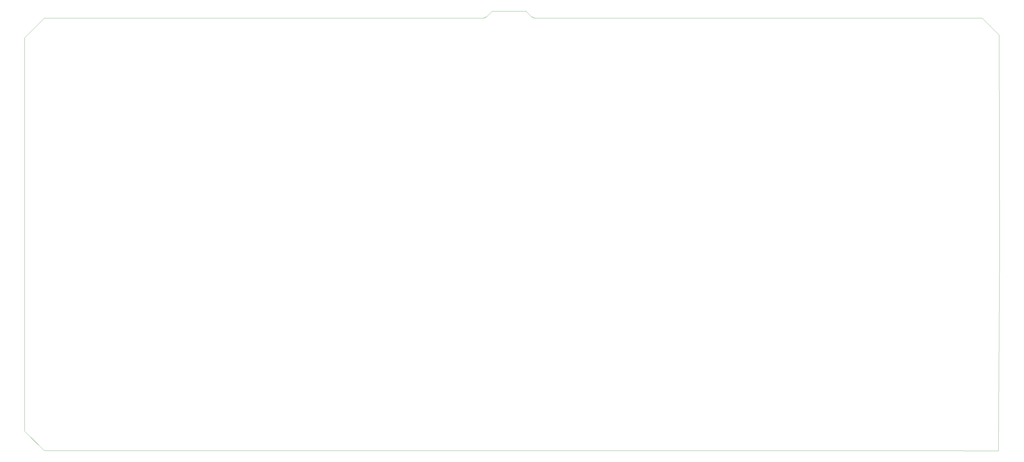
<source format=gbr>
%TF.GenerationSoftware,KiCad,Pcbnew,(7.0.0)*%
%TF.CreationDate,2023-03-14T05:51:49-04:00*%
%TF.ProjectId,ICOF1,49434f46-312e-46b6-9963-61645f706362,rev?*%
%TF.SameCoordinates,Original*%
%TF.FileFunction,Profile,NP*%
%FSLAX46Y46*%
G04 Gerber Fmt 4.6, Leading zero omitted, Abs format (unit mm)*
G04 Created by KiCad (PCBNEW (7.0.0)) date 2023-03-14 05:51:49*
%MOMM*%
%LPD*%
G01*
G04 APERTURE LIST*
%TA.AperFunction,Profile*%
%ADD10C,0.050000*%
%TD*%
%TA.AperFunction,Profile*%
%ADD11C,0.100000*%
%TD*%
G04 APERTURE END LIST*
D10*
X216980000Y-23100000D02*
X217080000Y-23150000D01*
D11*
X385280000Y-179675000D02*
X360330000Y-179600000D01*
D10*
X45531100Y-179603600D02*
X38531100Y-172603600D01*
D11*
X385680000Y-109450000D02*
X385280000Y-179675000D01*
D10*
X45531100Y-25603600D02*
X202031100Y-25603600D01*
X38531100Y-32603600D02*
X45531100Y-25603600D01*
X220031100Y-25603600D02*
X379531100Y-25603600D01*
X217080000Y-23150000D02*
X217180000Y-23250000D01*
X38531100Y-172603600D02*
X38531100Y-32603600D01*
X379531100Y-25603600D02*
X385531100Y-31603600D01*
X205080000Y-23100000D02*
X216980000Y-23100000D01*
X217180000Y-23250000D02*
X218780000Y-24850000D01*
X218780000Y-24850000D02*
X219030000Y-25100000D01*
X360330000Y-179600000D02*
X45531100Y-179603600D01*
X202031100Y-25603600D02*
X203030000Y-25100000D01*
X219030000Y-25100000D02*
X220031100Y-25603600D01*
X203030000Y-25100000D02*
X205030000Y-23150000D01*
X385531100Y-31603600D02*
X385680000Y-109450000D01*
X205030000Y-23150000D02*
X205080000Y-23100000D01*
M02*

</source>
